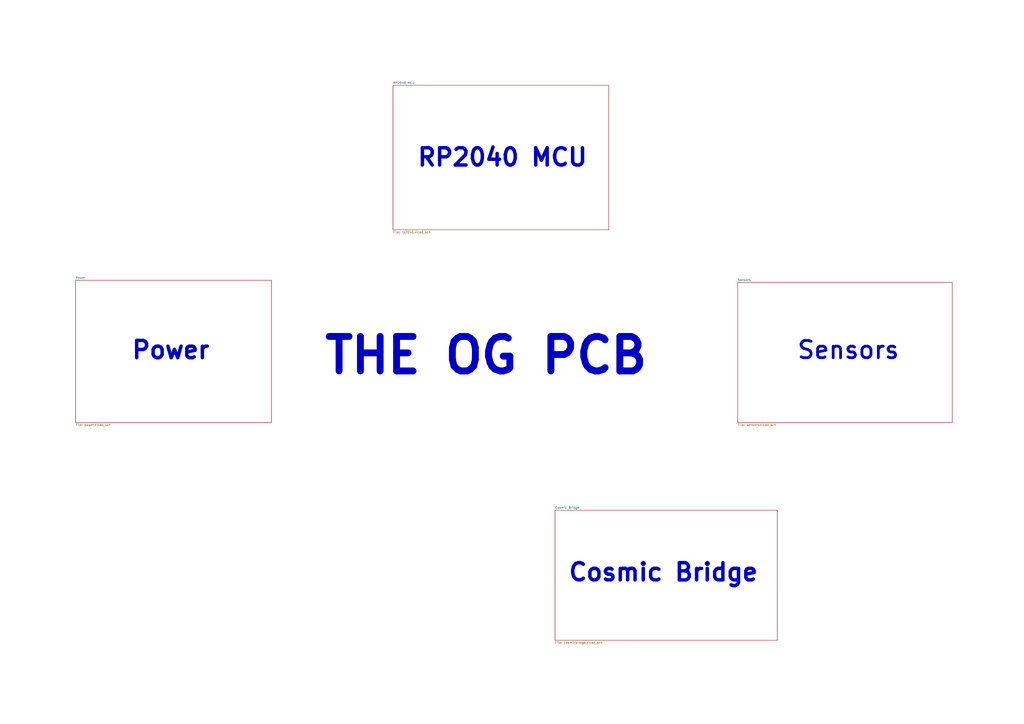
<source format=kicad_sch>
(kicad_sch
	(version 20250114)
	(generator "eeschema")
	(generator_version "9.0")
	(uuid "e4ef350a-b140-44e0-8bc3-973fc24bf90a")
	(paper "A2")
	(lib_symbols)
	(text "Cosmic Bridge"
		(exclude_from_sim no)
		(at 384.81 332.105 0)
		(effects
			(font
				(size 10 10)
				(thickness 2)
				(bold yes)
			)
		)
		(uuid "2074abb8-fa8b-4a52-8432-dec1260189ed")
	)
	(text "Power"
		(exclude_from_sim no)
		(at 99.06 203.2 0)
		(effects
			(font
				(size 10 10)
				(thickness 2)
				(bold yes)
			)
		)
		(uuid "70230e2b-11c0-48f3-bd37-2ded5b86e98f")
	)
	(text "RP2040 MCU"
		(exclude_from_sim no)
		(at 291.465 91.44 0)
		(effects
			(font
				(size 10 10)
				(thickness 2)
				(bold yes)
			)
		)
		(uuid "78516cc1-5de1-4734-ae68-b6343c5a0f58")
	)
	(text "Sensors"
		(exclude_from_sim no)
		(at 492.125 203.2 0)
		(effects
			(font
				(size 10 10)
				(thickness 1.6)
				(bold yes)
			)
		)
		(uuid "cd67d965-c5bb-4170-bca0-236f508749ff")
	)
	(text "THE OG PCB"
		(exclude_from_sim no)
		(at 281.94 206.375 0)
		(effects
			(font
				(size 20 20)
				(thickness 4)
				(bold yes)
			)
		)
		(uuid "f8019b0a-48a4-4b85-9504-ef0e6c50cceb")
	)
	(sheet
		(at 227.965 49.53)
		(size 125.095 83.82)
		(exclude_from_sim no)
		(in_bom yes)
		(on_board yes)
		(dnp no)
		(fields_autoplaced yes)
		(stroke
			(width 0.1524)
			(type solid)
		)
		(fill
			(color 0 0 0 0.0000)
		)
		(uuid "06e07132-39d3-4769-b65c-2c1064b388d8")
		(property "Sheetname" "RP2040 MCU"
			(at 227.965 48.8184 0)
			(effects
				(font
					(size 1.27 1.27)
				)
				(justify left bottom)
			)
		)
		(property "Sheetfile" "rp2040.kicad_sch"
			(at 227.965 133.9346 0)
			(effects
				(font
					(size 1.27 1.27)
				)
				(justify left top)
			)
		)
		(instances
			(project "og_pcb"
				(path "/e4ef350a-b140-44e0-8bc3-973fc24bf90a"
					(page "2")
				)
			)
		)
	)
	(sheet
		(at 43.815 162.56)
		(size 113.665 82.55)
		(exclude_from_sim no)
		(in_bom yes)
		(on_board yes)
		(dnp no)
		(fields_autoplaced yes)
		(stroke
			(width 0.1524)
			(type solid)
		)
		(fill
			(color 0 0 0 0.0000)
		)
		(uuid "10597755-0134-48c2-addf-e26d4e398c8f")
		(property "Sheetname" "Power"
			(at 43.815 161.8484 0)
			(effects
				(font
					(size 1.27 1.27)
				)
				(justify left bottom)
			)
		)
		(property "Sheetfile" "power.kicad_sch"
			(at 43.815 245.6946 0)
			(effects
				(font
					(size 1.27 1.27)
				)
				(justify left top)
			)
		)
		(instances
			(project "og_pcb"
				(path "/e4ef350a-b140-44e0-8bc3-973fc24bf90a"
					(page "4")
				)
			)
		)
	)
	(sheet
		(at 427.99 163.83)
		(size 124.46 81.28)
		(exclude_from_sim no)
		(in_bom yes)
		(on_board yes)
		(dnp no)
		(fields_autoplaced yes)
		(stroke
			(width 0.1524)
			(type solid)
		)
		(fill
			(color 0 0 0 0.0000)
		)
		(uuid "3ccd8099-b4f2-4c2f-ac31-d7c505bfef59")
		(property "Sheetname" "Sensors"
			(at 427.99 163.1184 0)
			(effects
				(font
					(size 1.27 1.27)
				)
				(justify left bottom)
			)
		)
		(property "Sheetfile" "sensors.kicad_sch"
			(at 427.99 245.6946 0)
			(effects
				(font
					(size 1.27 1.27)
				)
				(justify left top)
			)
		)
		(instances
			(project "og_pcb"
				(path "/e4ef350a-b140-44e0-8bc3-973fc24bf90a"
					(page "3")
				)
			)
		)
	)
	(sheet
		(at 321.945 295.91)
		(size 128.905 75.565)
		(exclude_from_sim no)
		(in_bom yes)
		(on_board yes)
		(dnp no)
		(fields_autoplaced yes)
		(stroke
			(width 0.1524)
			(type solid)
		)
		(fill
			(color 0 0 0 0.0000)
		)
		(uuid "f2f75698-7215-4a2b-8285-3e4b3531a3e0")
		(property "Sheetname" "Cosmic Bridge"
			(at 321.945 295.1984 0)
			(effects
				(font
					(size 1.27 1.27)
				)
				(justify left bottom)
			)
		)
		(property "Sheetfile" "cosmicbridge.kicad_sch"
			(at 321.945 372.0596 0)
			(effects
				(font
					(size 1.27 1.27)
				)
				(justify left top)
			)
		)
		(instances
			(project "og_pcb"
				(path "/e4ef350a-b140-44e0-8bc3-973fc24bf90a"
					(page "6")
				)
			)
		)
	)
	(sheet_instances
		(path "/"
			(page "1")
		)
	)
	(embedded_fonts no)
)

</source>
